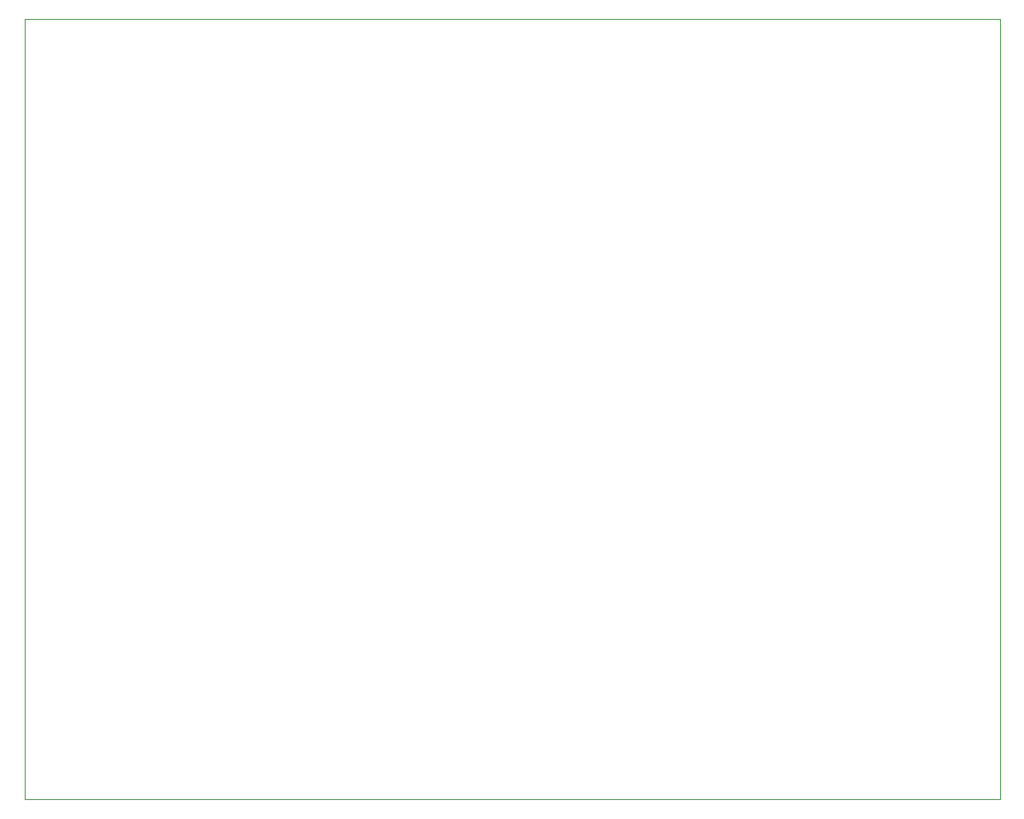
<source format=gbo>
%FSTAX24Y24*%
%MOIN*%
G70*
G01*
G75*
G04 Layer_Color=32896*
%ADD10C,0.0200*%
%ADD11C,0.0220*%
%ADD12C,0.0160*%
%ADD13C,0.0100*%
%ADD14C,0.0150*%
%ADD15C,0.0120*%
%ADD16C,0.0300*%
%ADD17C,0.0250*%
%ADD18C,0.0450*%
%ADD19C,0.0420*%
%ADD20C,0.1000*%
%ADD21C,0.0350*%
%ADD22C,0.0500*%
%ADD23C,0.0600*%
%ADD24C,0.0700*%
%ADD25C,0.0400*%
%ADD26C,0.0550*%
%ADD27C,0.0380*%
%ADD28C,0.0750*%
%ADD29R,0.0559X0.1130*%
%ADD30C,0.0010*%
%ADD31C,0.0670*%
%ADD32O,0.0748X0.0984*%
%ADD33O,0.0787X0.0984*%
%ADD34O,0.0950X0.1400*%
%ADD35O,0.0900X0.1400*%
%ADD36O,0.1400X0.0950*%
%ADD37C,0.0750*%
%ADD38C,0.0580*%
%ADD39C,0.0640*%
%ADD40C,0.0660*%
%ADD41R,0.0660X0.0660*%
%ADD42C,0.0550*%
%ADD43O,0.0540X0.0580*%
%ADD44C,0.0540*%
%ADD45C,0.0500*%
%ADD46C,0.1600*%
%ADD47C,0.1450*%
%ADD48C,0.0700*%
%ADD49O,0.0740X0.1500*%
%ADD50O,0.1500X0.0740*%
%ADD51C,0.0600*%
%ADD52C,0.0800*%
%ADD53O,0.0550X0.0650*%
%ADD54R,0.0550X0.0650*%
%ADD55R,0.0580X0.0580*%
%ADD56O,0.0650X0.0550*%
%ADD57R,0.0650X0.0550*%
%ADD58R,0.0787X0.0787*%
%ADD59C,0.0787*%
%ADD60R,0.0787X0.0787*%
%ADD61R,0.0730X0.0800*%
%ADD62R,0.0690X0.0800*%
%ADD63O,0.0690X0.0800*%
%ADD64C,0.1370*%
%ADD65C,0.0630*%
%ADD66C,0.0079*%
%ADD67C,0.0118*%
%ADD68C,0.0080*%
%ADD69C,0.0090*%
%ADD70R,0.0315X0.1102*%
%ADD71R,0.1102X0.0315*%
%ADD72C,0.0300*%
%ADD73O,0.0828X0.1064*%
%ADD74O,0.0867X0.1064*%
%ADD75O,0.1030X0.1480*%
%ADD76O,0.0980X0.1480*%
%ADD77O,0.1480X0.1030*%
%ADD78C,0.0830*%
%ADD79C,0.0720*%
%ADD80C,0.0740*%
%ADD81R,0.0740X0.0740*%
%ADD82O,0.0620X0.0660*%
%ADD83C,0.0620*%
%ADD84C,0.1680*%
%ADD85C,0.1530*%
%ADD86C,0.0780*%
%ADD87O,0.0820X0.1580*%
%ADD88O,0.1580X0.0820*%
%ADD89C,0.0680*%
%ADD90C,0.0880*%
%ADD91O,0.0630X0.0730*%
%ADD92R,0.0630X0.0730*%
%ADD93O,0.0730X0.0630*%
%ADD94R,0.0730X0.0630*%
%ADD95R,0.0867X0.0867*%
%ADD96C,0.0867*%
%ADD97R,0.0867X0.0867*%
%ADD98R,0.0810X0.0880*%
%ADD99R,0.0770X0.0880*%
%ADD100O,0.0770X0.0880*%
%ADD101C,0.0710*%
%ADD102R,0.2111X0.0800*%
D30*
X-019685Y-0315D02*
Y0D01*
X019685D01*
X-019685Y-0315D02*
X019685D01*
Y0D01*
M02*

</source>
